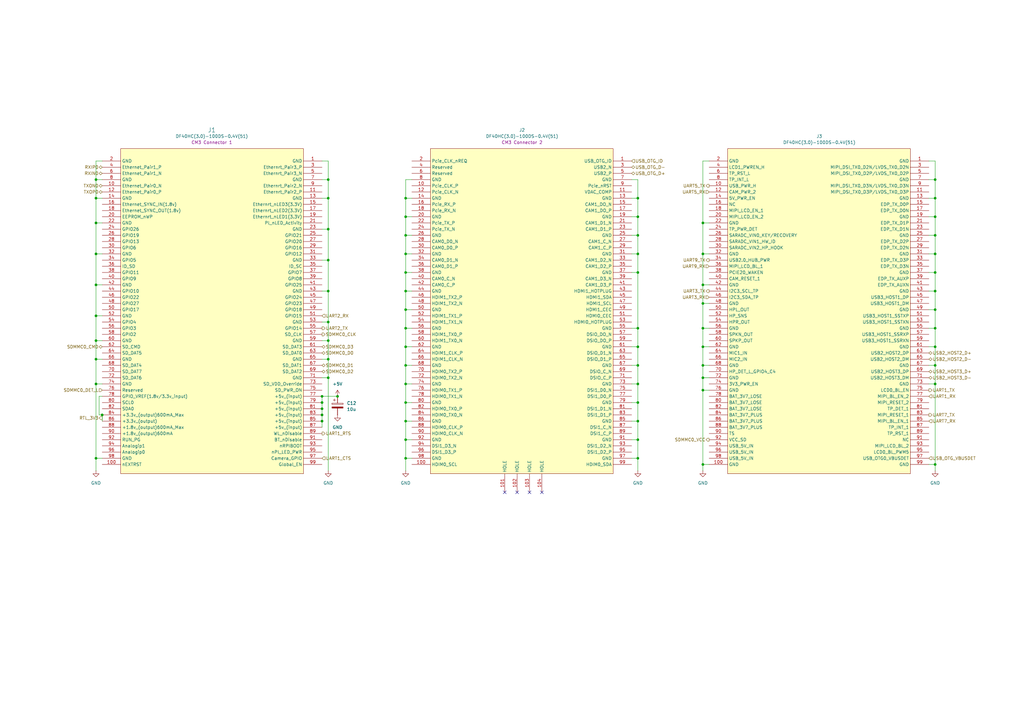
<source format=kicad_sch>
(kicad_sch (version 20250114) (generator "eeschema") (generator_version "9.0")
  (paper "A3")
  (title_block (title "LTE Link") (rev "v0.1") (company "UBCO Aerospace") (comment 1 "Author: Felix Perron"))
  (lib_symbols
    (symbol "Device:C_Polarized" (pin_numbers (hide yes)) (pin_names (offset 0.254))
      (property "Reference" "C" (at 0.635 2.54 0))
      (property "Value" "C_Polarized" (at 0.635 -2.54 0))
      (symbol "C_Polarized_0_1"
        (rectangle (start -2.286 0.508) (end 2.286 1.016))
        (polyline (pts (xy -1.778 2.286) (xy -0.762 2.286)))
        (polyline (pts (xy -1.27 2.794) (xy -1.27 1.778)))
        (rectangle (start 2.286 -0.508) (end -2.286 -1.016) (fill (type outline)))
      )
      (symbol "C_Polarized_1_1"
        (pin passive line (at 0 3.81 270) (length 2.794) (name "~") (number "1"))
        (pin passive line (at 0 -3.81 90) (length 2.794) (name "~") (number "2"))
      )
    )
    (symbol "LTELink:CM3 Connector 1"
      (property "Reference" "J" (at 0.762 8.128 0))
      (property "Value" "DF40HC(3.0)-100DS-0.4V(51)" (at 0 1.27 0))
      (property "Name" "CM3 Connector 1" (at 8.382 5.334 0))
      (symbol "CM3 Connector 1_1_0"
        (rectangle (start 0 0) (end 74.93 -133.35) (stroke (width 0) (color 128 0 0 1)) (fill (type background)))
        (pin passive line (at -7.62 -5.08 0) (length 7.62) (name "GND") (number "2"))
        (pin passive line (at -7.62 -7.62 0) (length 7.62) (name "Ethernet_Pair1_P") (number "4"))
        (pin passive line (at -7.62 -10.16 0) (length 7.62) (name "Ethernet_Pair1_N") (number "6"))
        (pin passive line (at -7.62 -12.7 0) (length 7.62) (name "GND") (number "8"))
        (pin passive line (at -7.62 -15.24 0) (length 7.62) (name "Ethernet_Pair0_N") (number "10"))
        (pin passive line (at -7.62 -17.78 0) (length 7.62) (name "Ethernet_Pair0_P") (number "12"))
        (pin passive line (at -7.62 -20.32 0) (length 7.62) (name "GND") (number "14"))
        (pin passive line (at -7.62 -22.86 0) (length 7.62) (name "Ethernet_SYNC_IN(1.8v)") (number "16"))
        (pin passive line (at -7.62 -25.4 0) (length 7.62) (name "Ethernet_SYNC_OUT(1.8v)") (number "18"))
        (pin passive line (at -7.62 -27.94 0) (length 7.62) (name "EEPROM_nWP") (number "20"))
        (pin passive line (at -7.62 -30.48 0) (length 7.62) (name "GND") (number "22"))
        (pin passive line (at -7.62 -33.02 0) (length 7.62) (name "GPIO26") (number "24"))
        (pin passive line (at -7.62 -35.56 0) (length 7.62) (name "GPIO19") (number "26"))
        (pin passive line (at -7.62 -38.1 0) (length 7.62) (name "GPIO13") (number "28"))
        (pin passive line (at -7.62 -40.64 0) (length 7.62) (name "GPIO6") (number "30"))
        (pin passive line (at -7.62 -43.18 0) (length 7.62) (name "GND") (number "32"))
        (pin passive line (at -7.62 -45.72 0) (length 7.62) (name "GPIO5") (number "34"))
        (pin passive line (at -7.62 -48.26 0) (length 7.62) (name "ID_SD") (number "36"))
        (pin passive line (at -7.62 -50.8 0) (length 7.62) (name "GPIO11") (number "38"))
        (pin passive line (at -7.62 -53.34 0) (length 7.62) (name "GPIO9") (number "40"))
        (pin passive line (at -7.62 -55.88 0) (length 7.62) (name "GND") (number "42"))
        (pin passive line (at -7.62 -58.42 0) (length 7.62) (name "GPIO10") (number "44"))
        (pin passive line (at -7.62 -60.96 0) (length 7.62) (name "GPIO22") (number "46"))
        (pin passive line (at -7.62 -63.5 0) (length 7.62) (name "GPIO27") (number "48"))
        (pin passive line (at -7.62 -66.04 0) (length 7.62) (name "GPIO17") (number "50"))
        (pin passive line (at -7.62 -68.58 0) (length 7.62) (name "GND") (number "52"))
        (pin passive line (at -7.62 -71.12 0) (length 7.62) (name "GPIO4") (number "54"))
        (pin passive line (at -7.62 -73.66 0) (length 7.62) (name "GPIO3") (number "56"))
        (pin passive line (at -7.62 -76.2 0) (length 7.62) (name "GPIO2") (number "58"))
        (pin passive line (at -7.62 -78.74 0) (length 7.62) (name "GND") (number "60"))
        (pin passive line (at -7.62 -81.28 0) (length 7.62) (name "SD_CMD") (number "62"))
        (pin passive line (at -7.62 -83.82 0) (length 7.62) (name "SD_DAT5") (number "64"))
        (pin passive line (at -7.62 -86.36 0) (length 7.62) (name "GND") (number "66"))
        (pin passive line (at -7.62 -88.9 0) (length 7.62) (name "SD_DAT4") (number "68"))
        (pin passive line (at -7.62 -91.44 0) (length 7.62) (name "SD_DAT7") (number "70"))
        (pin passive line (at -7.62 -93.98 0) (length 7.62) (name "SD_DAT6") (number "72"))
        (pin passive line (at -7.62 -96.52 0) (length 7.62) (name "GND") (number "74"))
        (pin passive line (at -7.62 -99.06 0) (length 7.62) (name "Reserved") (number "76"))
        (pin passive line (at -7.62 -101.6 0) (length 7.62) (name "GPIO_VREF(1.8v/3.3v_input)") (number "78"))
        (pin passive line (at -7.62 -104.14 0) (length 7.62) (name "SCL0") (number "80"))
        (pin passive line (at -7.62 -106.68 0) (length 7.62) (name "SDA0") (number "82"))
        (pin passive line (at -7.62 -109.22 0) (length 7.62) (name "+3.3v_(output)600mA_Max") (number "84"))
        (pin passive line (at -7.62 -111.76 0) (length 7.62) (name "+3.3v_(output)") (number "86"))
        (pin passive line (at -7.62 -114.3 0) (length 7.62) (name "+1.8v_(output)600mA_Max") (number "88"))
        (pin passive line (at -7.62 -116.84 0) (length 7.62) (name "+1.8v_(output)600mA") (number "90"))
        (pin passive line (at -7.62 -119.38 0) (length 7.62) (name "RUN_PG") (number "92"))
        (pin passive line (at -7.62 -121.92 0) (length 7.62) (name "Analogip1") (number "94"))
        (pin passive line (at -7.62 -124.46 0) (length 7.62) (name "Analogip0") (number "96"))
        (pin passive line (at -7.62 -127 0) (length 7.62) (name "GND") (number "98"))
        (pin passive line (at -7.62 -129.54 0) (length 7.62) (name "nEXTRST") (number "100"))
        (pin passive line (at 82.55 -5.08 180) (length 7.62) (name "GND") (number "1"))
        (pin passive line (at 82.55 -7.62 180) (length 7.62) (name "Ethernrt_Pair3_P") (number "3"))
        (pin passive line (at 82.55 -10.16 180) (length 7.62) (name "Ethernrt_Pair3_N") (number "5"))
        (pin passive line (at 82.55 -12.7 180) (length 7.62) (name "GND") (number "7"))
        (pin passive line (at 82.55 -15.24 180) (length 7.62) (name "Ethernrt_Pair2_N") (number "9"))
        (pin passive line (at 82.55 -17.78 180) (length 7.62) (name "Ethernrt_Pair2_P") (number "11"))
        (pin passive line (at 82.55 -20.32 180) (length 7.62) (name "GND") (number "13"))
        (pin passive line (at 82.55 -22.86 180) (length 7.62) (name "Ethernrt_nLED3(3.3V)") (number "15"))
        (pin passive line (at 82.55 -25.4 180) (length 7.62) (name "Ethernrt_nLED2(3.3V)") (number "17"))
        (pin passive line (at 82.55 -27.94 180) (length 7.62) (name "Ethernrt_nLED1(3.3V)") (number "19"))
        (pin passive line (at 82.55 -30.48 180) (length 7.62) (name "Pl_nLED_Activity") (number "21"))
        (pin passive line (at 82.55 -33.02 180) (length 7.62) (name "GND") (number "23"))
        (pin passive line (at 82.55 -35.56 180) (length 7.62) (name "GPIO21") (number "25"))
        (pin passive line (at 82.55 -38.1 180) (length 7.62) (name "GPIO20") (number "27"))
        (pin passive line (at 82.55 -40.64 180) (length 7.62) (name "GPIO16") (number "29"))
        (pin passive line (at 82.55 -43.18 180) (length 7.62) (name "GPIO12") (number "31"))
        (pin passive line (at 82.55 -45.72 180) (length 7.62) (name "GND") (number "33"))
        (pin passive line (at 82.55 -48.26 180) (length 7.62) (name "ID_SC") (number "35"))
        (pin passive line (at 82.55 -50.8 180) (length 7.62) (name "GPIO7") (number "37"))
        (pin passive line (at 82.55 -53.34 180) (length 7.62) (name "GPIO8") (number "39"))
        (pin passive line (at 82.55 -55.88 180) (length 7.62) (name "GPIO25") (number "41"))
        (pin passive line (at 82.55 -58.42 180) (length 7.62) (name "GND") (number "43"))
        (pin passive line (at 82.55 -60.96 180) (length 7.62) (name "GPIO24") (number "45"))
        (pin passive line (at 82.55 -63.5 180) (length 7.62) (name "GPIO23") (number "47"))
        (pin passive line (at 82.55 -66.04 180) (length 7.62) (name "GPIO18") (number "49"))
        (pin passive line (at 82.55 -68.58 180) (length 7.62) (name "GPIO15") (number "51"))
        (pin passive line (at 82.55 -71.12 180) (length 7.62) (name "GND") (number "53"))
        (pin passive line (at 82.55 -73.66 180) (length 7.62) (name "GPIO14") (number "55"))
        (pin passive line (at 82.55 -76.2 180) (length 7.62) (name "SD_CLK") (number "57"))
        (pin passive line (at 82.55 -78.74 180) (length 7.62) (name "GND") (number "59"))
        (pin passive line (at 82.55 -81.28 180) (length 7.62) (name "SD_DAT3") (number "61"))
        (pin passive line (at 82.55 -83.82 180) (length 7.62) (name "SD_DAT0") (number "63"))
        (pin passive line (at 82.55 -86.36 180) (length 7.62) (name "GND") (number "65"))
        (pin passive line (at 82.55 -88.9 180) (length 7.62) (name "SD_DAT1") (number "67"))
        (pin passive line (at 82.55 -91.44 180) (length 7.62) (name "SD_DAT2") (number "69"))
        (pin passive line (at 82.55 -93.98 180) (length 7.62) (name "GND") (number "71"))
        (pin passive line (at 82.55 -96.52 180) (length 7.62) (name "SD_VDD_Override") (number "73"))
        (pin passive line (at 82.55 -99.06 180) (length 7.62) (name "SD_PWR_ON") (number "75"))
        (pin passive line (at 82.55 -101.6 180) (length 7.62) (name "+5v_(input)") (number "77"))
        (pin passive line (at 82.55 -104.14 180) (length 7.62) (name "+5v_(input)") (number "79"))
        (pin passive line (at 82.55 -106.68 180) (length 7.62) (name "+5v_(input)") (number "81"))
        (pin passive line (at 82.55 -109.22 180) (length 7.62) (name "+5v_(input)") (number "83"))
        (pin passive line (at 82.55 -111.76 180) (length 7.62) (name "+5v_(input)") (number "85"))
        (pin passive line (at 82.55 -114.3 180) (length 7.62) (name "+5v_(input)") (number "87"))
        (pin passive line (at 82.55 -116.84 180) (length 7.62) (name "WL_nDisable") (number "89"))
        (pin passive line (at 82.55 -119.38 180) (length 7.62) (name "BT_nDisable") (number "91"))
        (pin passive line (at 82.55 -121.92 180) (length 7.62) (name "nRPIBOOT") (number "93"))
        (pin passive line (at 82.55 -124.46 180) (length 7.62) (name "nPl_LED_PWR") (number "95"))
        (pin passive line (at 82.55 -127 180) (length 7.62) (name "Camera_GPIO") (number "97"))
        (pin passive line (at 82.55 -129.54 180) (length 7.62) (name "Global_EN") (number "99"))
      )
    )
    (symbol "LTELink:CM3 Connector 2"
      (property "Reference" "J" (at 0.762 1.27 0))
      (property "Value" "DF40HC(3.0)-100DS-0.4V(51)" (at 0 0 0))
      (property "Name" "CM3 Connector 2" (at 7.366 4.318 0))
      (symbol "CM3 Connector 2_1_0"
        (rectangle (start 0 0) (end 74.93 -133.35) (stroke (width 0) (color 128 0 0 1)) (fill (type background)))
        (pin passive line (at -7.62 -5.08 0) (length 7.62) (name "Pcie_CLK_nREQ") (number "2"))
        (pin passive line (at -7.62 -7.62 0) (length 7.62) (name "Reserved") (number "4"))
        (pin passive line (at -7.62 -10.16 0) (length 7.62) (name "Reserved") (number "6"))
        (pin passive line (at -7.62 -12.7 0) (length 7.62) (name "GND") (number "8"))
        (pin passive line (at -7.62 -15.24 0) (length 7.62) (name "Pcie_CLK_P") (number "10"))
        (pin passive line (at -7.62 -17.78 0) (length 7.62) (name "Pcie_CLK_N") (number "12"))
        (pin passive line (at -7.62 -20.32 0) (length 7.62) (name "GND") (number "14"))
        (pin passive line (at -7.62 -22.86 0) (length 7.62) (name "Pcie_RX_P") (number "16"))
        (pin passive line (at -7.62 -25.4 0) (length 7.62) (name "Pcie_RX_N") (number "18"))
        (pin passive line (at -7.62 -27.94 0) (length 7.62) (name "GND") (number "20"))
        (pin passive line (at -7.62 -30.48 0) (length 7.62) (name "Pcie_TX_P") (number "22"))
        (pin passive line (at -7.62 -33.02 0) (length 7.62) (name "Pcie_TX_N") (number "24"))
        (pin passive line (at -7.62 -35.56 0) (length 7.62) (name "GND") (number "26"))
        (pin passive line (at -7.62 -38.1 0) (length 7.62) (name "CAM0_D0_N") (number "28"))
        (pin passive line (at -7.62 -40.64 0) (length 7.62) (name "CAM0_D0_P") (number "30"))
        (pin passive line (at -7.62 -43.18 0) (length 7.62) (name "GND") (number "32"))
        (pin passive line (at -7.62 -45.72 0) (length 7.62) (name "CAM0_D1_N") (number "34"))
        (pin passive line (at -7.62 -48.26 0) (length 7.62) (name "CAM0_D1_P") (number "36"))
        (pin passive line (at -7.62 -50.8 0) (length 7.62) (name "GND") (number "38"))
        (pin passive line (at -7.62 -53.34 0) (length 7.62) (name "CAM0_C_N") (number "40"))
        (pin passive line (at -7.62 -55.88 0) (length 7.62) (name "CAM0_C_P") (number "42"))
        (pin passive line (at -7.62 -58.42 0) (length 7.62) (name "GND") (number "44"))
        (pin passive line (at -7.62 -60.96 0) (length 7.62) (name "HDIM1_TX2_P") (number "46"))
        (pin passive line (at -7.62 -63.5 0) (length 7.62) (name "HDIM1_TX2_N") (number "48"))
        (pin passive line (at -7.62 -66.04 0) (length 7.62) (name "GND") (number "50"))
        (pin passive line (at -7.62 -68.58 0) (length 7.62) (name "HDIM1_TX1_P") (number "52"))
        (pin passive line (at -7.62 -71.12 0) (length 7.62) (name "HDIM1_TX1_N") (number "54"))
        (pin passive line (at -7.62 -73.66 0) (length 7.62) (name "GND") (number "56"))
        (pin passive line (at -7.62 -76.2 0) (length 7.62) (name "HDIM1_TX0_P") (number "58"))
        (pin passive line (at -7.62 -78.74 0) (length 7.62) (name "HDIM1_TX0_N") (number "60"))
        (pin passive line (at -7.62 -81.28 0) (length 7.62) (name "GND") (number "62"))
        (pin passive line (at -7.62 -83.82 0) (length 7.62) (name "HDIM1_CLK_P") (number "64"))
        (pin passive line (at -7.62 -86.36 0) (length 7.62) (name "HDIM1_CLK_N") (number "66"))
        (pin passive line (at -7.62 -88.9 0) (length 7.62) (name "GND") (number "68"))
        (pin passive line (at -7.62 -91.44 0) (length 7.62) (name "HDIM0_TX2_P") (number "70"))
        (pin passive line (at -7.62 -93.98 0) (length 7.62) (name "HDIM0_TX2_N") (number "72"))
        (pin passive line (at -7.62 -96.52 0) (length 7.62) (name "GND") (number "74"))
        (pin passive line (at -7.62 -99.06 0) (length 7.62) (name "HDIM0_TX1_P") (number "76"))
        (pin passive line (at -7.62 -101.6 0) (length 7.62) (name "HDIM0_TX1_N") (number "78"))
        (pin passive line (at -7.62 -104.14 0) (length 7.62) (name "GND") (number "80"))
        (pin passive line (at -7.62 -106.68 0) (length 7.62) (name "HDIM0_TX0_P") (number "82"))
        (pin passive line (at -7.62 -109.22 0) (length 7.62) (name "HDIM0_TX0_N") (number "84"))
        (pin passive line (at -7.62 -111.76 0) (length 7.62) (name "GND") (number "86"))
        (pin passive line (at -7.62 -114.3 0) (length 7.62) (name "HDIM0_CLK_P") (number "88"))
        (pin passive line (at -7.62 -116.84 0) (length 7.62) (name "HDIM0_CLK_N") (number "90"))
        (pin passive line (at -7.62 -119.38 0) (length 7.62) (name "GND") (number "92"))
        (pin passive line (at -7.62 -121.92 0) (length 7.62) (name "DSI1_D3_N") (number "94"))
        (pin passive line (at -7.62 -124.46 0) (length 7.62) (name "DSI1_D3_P") (number "96"))
        (pin passive line (at -7.62 -127 0) (length 7.62) (name "GND") (number "98"))
        (pin passive line (at -7.62 -129.54 0) (length 7.62) (name "HDIM0_SCL") (number "100"))
        (pin passive line (at 30.48 -140.97 90) (length 7.62) (name "HOLE") (number "101"))
        (pin passive line (at 35.56 -140.97 90) (length 7.62) (name "HOLE") (number "102"))
        (pin passive line (at 40.64 -140.97 90) (length 7.62) (name "HOLE") (number "103"))
        (pin passive line (at 45.72 -140.97 90) (length 7.62) (name "HOLE") (number "104"))
        (pin passive line (at 82.55 -5.08 180) (length 7.62) (name "USB_OTG_ID") (number "1"))
        (pin passive line (at 82.55 -7.62 180) (length 7.62) (name "USB2_N") (number "3"))
        (pin passive line (at 82.55 -10.16 180) (length 7.62) (name "USB2_P") (number "5"))
        (pin passive line (at 82.55 -12.7 180) (length 7.62) (name "GND") (number "7"))
        (pin passive line (at 82.55 -15.24 180) (length 7.62) (name "Pcie_nRST") (number "9"))
        (pin passive line (at 82.55 -17.78 180) (length 7.62) (name "VDAC_COMP") (number "11"))
        (pin passive line (at 82.55 -20.32 180) (length 7.62) (name "GND") (number "13"))
        (pin passive line (at 82.55 -22.86 180) (length 7.62) (name "CAM1_DO_N") (number "15"))
        (pin passive line (at 82.55 -25.4 180) (length 7.62) (name "CAM1_DO_P") (number "17"))
        (pin passive line (at 82.55 -27.94 180) (length 7.62) (name "GND") (number "19"))
        (pin passive line (at 82.55 -30.48 180) (length 7.62) (name "CAM1_D1_N") (number "21"))
        (pin passive line (at 82.55 -33.02 180) (length 7.62) (name "CAM1_D1_P") (number "23"))
        (pin passive line (at 82.55 -35.56 180) (length 7.62) (name "GND") (number "25"))
        (pin passive line (at 82.55 -38.1 180) (length 7.62) (name "CAM1_C_N") (number "27"))
        (pin passive line (at 82.55 -40.64 180) (length 7.62) (name "CAM1_C_P") (number "29"))
        (pin passive line (at 82.55 -43.18 180) (length 7.62) (name "GND") (number "31"))
        (pin passive line (at 82.55 -45.72 180) (length 7.62) (name "CAM1_D2_N") (number "33"))
        (pin passive line (at 82.55 -48.26 180) (length 7.62) (name "CAM1_D2_P") (number "35"))
        (pin passive line (at 82.55 -50.8 180) (length 7.62) (name "GND") (number "37"))
        (pin passive line (at 82.55 -53.34 180) (length 7.62) (name "CAM1_D3_N") (number "39"))
        (pin passive line (at 82.55 -55.88 180) (length 7.62) (name "CAM1_D3_P") (number "41"))
        (pin passive line (at 82.55 -58.42 180) (length 7.62) (name "HDMI1_HOTPLUG") (number "43"))
        (pin passive line (at 82.55 -60.96 180) (length 7.62) (name "HDMI1_SDA") (number "45"))
        (pin passive line (at 82.55 -63.5 180) (length 7.62) (name "HDMI1_SCL") (number "47"))
        (pin passive line (at 82.55 -66.04 180) (length 7.62) (name "HDMI1_CEC") (number "49"))
        (pin passive line (at 82.55 -68.58 180) (length 7.62) (name "HDMI0_CEC") (number "51"))
        (pin passive line (at 82.55 -71.12 180) (length 7.62) (name "HDMI0_HOTPLUG") (number "53"))
        (pin passive line (at 82.55 -73.66 180) (length 7.62) (name "GND") (number "55"))
        (pin passive line (at 82.55 -76.2 180) (length 7.62) (name "DSIO_DO_N") (number "57"))
        (pin passive line (at 82.55 -78.74 180) (length 7.62) (name "DSIO_DO_P") (number "59"))
        (pin passive line (at 82.55 -81.28 180) (length 7.62) (name "GND") (number "61"))
        (pin passive line (at 82.55 -83.82 180) (length 7.62) (name "DSIO_D1_N") (number "63"))
        (pin passive line (at 82.55 -86.36 180) (length 7.62) (name "DSIO_D1_P") (number "65"))
        (pin passive line (at 82.55 -88.9 180) (length 7.62) (name "GND") (number "67"))
        (pin passive line (at 82.55 -91.44 180) (length 7.62) (name "DSIO_C_N") (number "69"))
        (pin passive line (at 82.55 -93.98 180) (length 7.62) (name "DSIO_C_P") (number "71"))
        (pin passive line (at 82.55 -96.52 180) (length 7.62) (name "GND") (number "73"))
        (pin passive line (at 82.55 -99.06 180) (length 7.62) (name "DSI1_D0_N") (number "75"))
        (pin passive line (at 82.55 -101.6 180) (length 7.62) (name "DSI1_D0_P") (number "77"))
        (pin passive line (at 82.55 -104.14 180) (length 7.62) (name "GND") (number "79"))
        (pin passive line (at 82.55 -106.68 180) (length 7.62) (name "DSI1_D1_N") (number "81"))
        (pin passive line (at 82.55 -109.22 180) (length 7.62) (name "DSI1_D1_P") (number "83"))
        (pin passive line (at 82.55 -111.76 180) (length 7.62) (name "GND") (number "85"))
        (pin passive line (at 82.55 -114.3 180) (length 7.62) (name "DSI1_C_N") (number "87"))
        (pin passive line (at 82.55 -116.84 180) (length 7.62) (name "DSI1_C_P") (number "89"))
        (pin passive line (at 82.55 -119.38 180) (length 7.62) (name "GND") (number "91"))
        (pin passive line (at 82.55 -121.92 180) (length 7.62) (name "DSI1_D2_N") (number "93"))
        (pin passive line (at 82.55 -124.46 180) (length 7.62) (name "DSI1_D2_P") (number "95"))
        (pin passive line (at 82.55 -127 180) (length 7.62) (name "GND") (number "97"))
        (pin passive line (at 82.55 -129.54 180) (length 7.62) (name "HDIM0_SDA") (number "99"))
      )
    )
    (symbol "LTELink:CM3 Connector 3"
      (property "Reference" "J" (at 0 0 0))
      (property "Value" "DF40HC(3.0)-100DS-0.4V(51)" (at 0 0 0))
      (symbol "CM3 Connector 3_1_0"
        (rectangle (start 0 0) (end 74.93 -133.35) (stroke (width 0) (color 128 0 0 1)) (fill (type background)))
        (pin passive line (at -7.62 -5.08 0) (length 7.62) (name "GND") (number "2"))
        (pin passive line (at -7.62 -7.62 0) (length 7.62) (name "LCD1_PWREN_H") (number "4"))
        (pin passive line (at -7.62 -10.16 0) (length 7.62) (name "TP_RST_L") (number "6"))
        (pin passive line (at -7.62 -12.7 0) (length 7.62) (name "TP_INT_L") (number "8"))
        (pin passive line (at -7.62 -15.24 0) (length 7.62) (name "USB_PWR_H") (number "10"))
        (pin passive line (at -7.62 -17.78 0) (length 7.62) (name "CAM_PWR_2") (number "12"))
        (pin passive line (at -7.62 -20.32 0) (length 7.62) (name "5V_PWR_EN") (number "14"))
        (pin passive line (at -7.62 -22.86 0) (length 7.62) (name "NC") (number "16"))
        (pin passive line (at -7.62 -25.4 0) (length 7.62) (name "MIPI_LCD_EN_1") (number "18"))
        (pin passive line (at -7.62 -27.94 0) (length 7.62) (name "MIPI_LCD_EN_2") (number "20"))
        (pin passive line (at -7.62 -30.48 0) (length 7.62) (name "GND") (number "22"))
        (pin passive line (at -7.62 -33.02 0) (length 7.62) (name "TP_PWR_DET") (number "24"))
        (pin passive line (at -7.62 -35.56 0) (length 7.62) (name "SARADC_VIN0_KEY/RECOVERY") (number "26"))
        (pin passive line (at -7.62 -38.1 0) (length 7.62) (name "SARADC_VIN1_HW_ID") (number "28"))
        (pin passive line (at -7.62 -40.64 0) (length 7.62) (name "SARADC_VIN2_HP_HOOK") (number "30"))
        (pin passive line (at -7.62 -43.18 0) (length 7.62) (name "GND") (number "32"))
        (pin passive line (at -7.62 -45.72 0) (length 7.62) (name "USB2.0_HUB_PWR") (number "34"))
        (pin passive line (at -7.62 -48.26 0) (length 7.62) (name "MIPI_LCD_BL_1") (number "36"))
        (pin passive line (at -7.62 -50.8 0) (length 7.62) (name "PCIE20_WAKEN") (number "38"))
        (pin passive line (at -7.62 -53.34 0) (length 7.62) (name "CAM_RESET_1") (number "40"))
        (pin passive line (at -7.62 -55.88 0) (length 7.62) (name "GND") (number "42"))
        (pin passive line (at -7.62 -58.42 0) (length 7.62) (name "I2C3_SCL_TP") (number "44"))
        (pin passive line (at -7.62 -60.96 0) (length 7.62) (name "I2C3_SDA_TP") (number "46"))
        (pin passive line (at -7.62 -63.5 0) (length 7.62) (name "GND") (number "48"))
        (pin passive line (at -7.62 -66.04 0) (length 7.62) (name "HPL_OUT") (number "50"))
        (pin passive line (at -7.62 -68.58 0) (length 7.62) (name "HP_SNS") (number "52"))
        (pin passive line (at -7.62 -71.12 0) (length 7.62) (name "HPR_OUT") (number "54"))
        (pin passive line (at -7.62 -73.66 0) (length 7.62) (name "GND") (number "56"))
        (pin passive line (at -7.62 -76.2 0) (length 7.62) (name "SPKN_OUT") (number "58"))
        (pin passive line (at -7.62 -78.74 0) (length 7.62) (name "SPKP_OUT") (number "60"))
        (pin passive line (at -7.62 -81.28 0) (length 7.62) (name "GND") (number "62"))
        (pin passive line (at -7.62 -83.82 0) (length 7.62) (name "MIC1_IN") (number "64"))
        (pin passive line (at -7.62 -86.36 0) (length 7.62) (name "MIC2_IN") (number "66"))
        (pin passive line (at -7.62 -88.9 0) (length 7.62) (name "GND") (number "68"))
        (pin passive line (at -7.62 -91.44 0) (length 7.62) (name "HP_DET_L_GPIO4_C4") (number "70"))
        (pin passive line (at -7.62 -93.98 0) (length 7.62) (name "GND") (number "72"))
        (pin passive line (at -7.62 -96.52 0) (length 7.62) (name "3V3_PWR_EN") (number "74"))
        (pin passive line (at -7.62 -99.06 0) (length 7.62) (name "GND") (number "76"))
        (pin passive line (at -7.62 -101.6 0) (length 7.62) (name "BAT_3V7_LOSE") (number "78"))
        (pin passive line (at -7.62 -104.14 0) (length 7.62) (name "BAT_3V7_LOSE") (number "80"))
        (pin passive line (at -7.62 -106.68 0) (length 7.62) (name "BAT_3V7_LOSE") (number "82"))
        (pin passive line (at -7.62 -109.22 0) (length 7.62) (name "BAT_3V7_PLUS") (number "84"))
        (pin passive line (at -7.62 -111.76 0) (length 7.62) (name "BAT_3V7_PLUS") (number "86"))
        (pin passive line (at -7.62 -114.3 0) (length 7.62) (name "BAT_3V7_PLUS") (number "88"))
        (pin passive line (at -7.62 -116.84 0) (length 7.62) (name "TS") (number "90"))
        (pin passive line (at -7.62 -119.38 0) (length 7.62) (name "VCC_SD") (number "92"))
        (pin passive line (at -7.62 -121.92 0) (length 7.62) (name "USB_5V_IN") (number "94"))
        (pin passive line (at -7.62 -124.46 0) (length 7.62) (name "USB_5V_IN") (number "96"))
        (pin passive line (at -7.62 -127 0) (length 7.62) (name "USB_5V_IN") (number "98"))
        (pin passive line (at -7.62 -129.54 0) (length 7.62) (name "GND") (number "100"))
        (pin passive line (at 82.55 -5.08 180) (length 7.62) (name "GND") (number "1"))
        (pin passive line (at 82.55 -7.62 180) (length 7.62) (name "MIPI_DSI_TX0_D2N/LVDS_TX0_D2N") (number "3"))
        (pin passive line (at 82.55 -10.16 180) (length 7.62) (name "MIPI_DSI_TX0_D2P/LVDS_TX0_D2P") (number "5"))
        (pin passive line (at 82.55 -12.7 180) (length 7.62) (name "GND") (number "7"))
        (pin passive line (at 82.55 -15.24 180) (length 7.62) (name "MIPI_DSI_TX0_D3N/LVDS_TX0_D3N") (number "9"))
        (pin passive line (at 82.55 -17.78 180) (length 7.62) (name "MIPI_DSI_TX0_D3P/LVDS_TX0_D3P") (number "11"))
        (pin passive line (at 82.55 -20.32 180) (length 7.62) (name "GND") (number "13"))
        (pin passive line (at 82.55 -22.86 180) (length 7.62) (name "EDP_TX_D0P") (number "15"))
        (pin passive line (at 82.55 -25.4 180) (length 7.62) (name "EDP_TX_D0N") (number "17"))
        (pin passive line (at 82.55 -27.94 180) (length 7.62) (name "GND") (number "19"))
        (pin passive line (at 82.55 -30.48 180) (length 7.62) (name "EDP_TX_D1P") (number "21"))
        (pin passive line (at 82.55 -33.02 180) (length 7.62) (name "EDP_TX_D1N") (number "23"))
        (pin passive line (at 82.55 -35.56 180) (length 7.62) (name "GND") (number "25"))
        (pin passive line (at 82.55 -38.1 180) (length 7.62) (name "EDP_TX_D2P") (number "27"))
        (pin passive line (at 82.55 -40.64 180) (length 7.62) (name "EDP_TX_D2N") (number "29"))
        (pin passive line (at 82.55 -43.18 180) (length 7.62) (name "GND") (number "31"))
        (pin passive line (at 82.55 -45.72 180) (length 7.62) (name "EDP_TX_D3P") (number "33"))
        (pin passive line (at 82.55 -48.26 180) (length 7.62) (name "EDP_TX_D3N") (number "35"))
        (pin passive line (at 82.55 -50.8 180) (length 7.62) (name "GND") (number "37"))
        (pin passive line (at 82.55 -53.34 180) (length 7.62) (name "EDP_TX_AUXP") (number "39"))
        (pin passive line (at 82.55 -55.88 180) (length 7.62) (name "EDP_TX_AUXN") (number "41"))
        (pin passive line (at 82.55 -58.42 180) (length 7.62) (name "GND") (number "43"))
        (pin passive line (at 82.55 -60.96 180) (length 7.62) (name "USB3_HOST1_DP") (number "45"))
        (pin passive line (at 82.55 -63.5 180) (length 7.62) (name "USB3_HOST1_DM") (number "47"))
        (pin passive line (at 82.55 -66.04 180) (length 7.62) (name "GND") (number "49"))
        (pin passive line (at 82.55 -68.58 180) (length 7.62) (name "USB3_HOST1_SSTXP") (number "51"))
        (pin passive line (at 82.55 -71.12 180) (length 7.62) (name "USB3_HOST1_SSTXN") (number "53"))
        (pin passive line (at 82.55 -73.66 180) (length 7.62) (name "GND") (number "55"))
        (pin passive line (at 82.55 -76.2 180) (length 7.62) (name "USB3_HOST1_SSRXP") (number "57"))
        (pin passive line (at 82.55 -78.74 180) (length 7.62) (name "USB3_HOST1_SSRXN") (number "59"))
        (pin passive line (at 82.55 -81.28 180) (length 7.62) (name "GND") (number "61"))
        (pin passive line (at 82.55 -83.82 180) (length 7.62) (name "USB2_HOST2_DP") (number "63"))
        (pin passive line (at 82.55 -86.36 180) (length 7.62) (name "USB2_HOST2_DM") (number "65"))
        (pin passive line (at 82.55 -88.9 180) (length 7.62) (name "GND") (number "67"))
        (pin passive line (at 82.55 -91.44 180) (length 7.62) (name "USB2_HOST3_DP") (number "69"))
        (pin passive line (at 82.55 -93.98 180) (length 7.62) (name "USB2_HOST3_DM") (number "71"))
        (pin passive line (at 82.55 -96.52 180) (length 7.62) (name "GND") (number "73"))
        (pin passive line (at 82.55 -99.06 180) (length 7.62) (name "LCD0_BL_EN") (number "75"))
        (pin passive line (at 82.55 -101.6 180) (length 7.62) (name "MIPI_BL_EN_2") (number "77"))
        (pin passive line (at 82.55 -104.14 180) (length 7.62) (name "MIPI_RESET_2") (number "79"))
        (pin passive line (at 82.55 -106.68 180) (length 7.62) (name "TP_DET_1") (number "81"))
        (pin passive line (at 82.55 -109.22 180) (length 7.62) (name "MIPI_RESET_1") (number "83"))
        (pin passive line (at 82.55 -111.76 180) (length 7.62) (name "MIPI_BL_EN_1") (number "85"))
        (pin passive line (at 82.55 -114.3 180) (length 7.62) (name "TP_INT_1") (number "87"))
        (pin passive line (at 82.55 -116.84 180) (length 7.62) (name "TP_RST_1") (number "89"))
        (pin passive line (at 82.55 -119.38 180) (length 7.62) (name "NC") (number "91"))
        (pin passive line (at 82.55 -121.92 180) (length 7.62) (name "MIPI_LCD_BL_2") (number "93"))
        (pin passive line (at 82.55 -124.46 180) (length 7.62) (name "LCD0_BL_PWM5") (number "95"))
        (pin passive line (at 82.55 -127 180) (length 7.62) (name "USB_OTG0_VBUSDET") (number "97"))
        (pin passive line (at 82.55 -129.54 180) (length 7.62) (name "GND") (number "99"))
      )
    )
    (symbol "power:+5V" (power) (pin_numbers (hide yes)) (pin_names (offset 0) (hide yes))
      (property "Value" "+5V" (at 0 3.556 0))
      (symbol "+5V_0_1"
        (polyline (pts (xy -0.762 1.27) (xy 0 2.54)))
        (polyline (pts (xy 0 2.54) (xy 0.762 1.27)))
        (polyline (pts (xy 0 0) (xy 0 2.54)))
      )
      (symbol "+5V_1_1"
        (pin power_in line (at 0 0 90) (length 0) (name "~") (number "1"))
      )
    )
    (symbol "power:GND" (power) (pin_numbers (hide yes)) (pin_names (offset 0) (hide yes))
      (property "Value" "GND" (at 0 -3.81 0))
      (symbol "GND_0_1"
        (polyline (pts (xy 0 0) (xy 0 -1.27) (xy 1.27 -1.27) (xy 0 -2.54) (xy -1.27 -1.27) (xy 0 -1.27)))
      )
      (symbol "GND_1_1"
        (pin power_in line (at 0 0 270) (length 0) (name "~") (number "1"))
      )
    )
  )
  (junction (at 288.29 190.5))
  (junction (at 39.37 116.84))
  (junction (at 383.54 142.24))
  (junction (at 261.62 180.34))
  (junction (at 261.62 111.76))
  (junction (at 39.37 81.28))
  (junction (at 166.37 134.62))
  (junction (at 134.62 106.68))
  (junction (at 288.29 154.94))
  (junction (at 166.37 149.86))
  (junction (at 132.08 162.56))
  (junction (at 39.37 73.66))
  (junction (at 166.37 165.1))
  (junction (at 134.62 93.98))
  (junction (at 383.54 111.76))
  (junction (at 383.54 149.86))
  (junction (at 166.37 157.48))
  (junction (at 166.37 111.76))
  (junction (at 39.37 139.7))
  (junction (at 383.54 190.5))
  (junction (at 39.37 157.48))
  (junction (at 288.29 134.62))
  (junction (at 383.54 81.28))
  (junction (at 166.37 187.96))
  (junction (at 383.54 119.38))
  (junction (at 288.29 104.14))
  (junction (at 383.54 96.52))
  (junction (at 288.29 124.46))
  (junction (at 383.54 73.66))
  (junction (at 39.37 129.54))
  (junction (at 166.37 127))
  (junction (at 134.62 81.28))
  (junction (at 261.62 165.1))
  (junction (at 383.54 134.62))
  (junction (at 166.37 96.52))
  (junction (at 383.54 104.14))
  (junction (at 288.29 149.86))
  (junction (at 261.62 134.62))
  (junction (at 261.62 104.14))
  (junction (at 166.37 88.9))
  (junction (at 288.29 116.84))
  (junction (at 134.62 154.94))
  (junction (at 166.37 142.24))
  (junction (at 383.54 127))
  (junction (at 166.37 180.34))
  (junction (at 132.08 170.18))
  (junction (at 39.37 104.14))
  (junction (at 138.43 162.56))
  (junction (at 261.62 187.96))
  (junction (at 383.54 88.9))
  (junction (at 134.62 73.66))
  (junction (at 134.62 139.7))
  (junction (at 288.29 160.02))
  (junction (at 134.62 132.08))
  (junction (at 132.08 167.64))
  (junction (at 261.62 96.52))
  (junction (at 39.37 147.32))
  (junction (at 383.54 157.48))
  (junction (at 41.91 170.18))
  (junction (at 261.62 142.24))
  (junction (at 166.37 172.72))
  (junction (at 261.62 157.48))
  (junction (at 261.62 172.72))
  (junction (at 288.29 91.44))
  (junction (at 39.37 91.44))
  (junction (at 39.37 187.96))
  (junction (at 166.37 104.14))
  (junction (at 261.62 149.86))
  (junction (at 134.62 119.38))
  (junction (at 166.37 81.28))
  (junction (at 166.37 119.38))
  (junction (at 261.62 81.28))
  (junction (at 134.62 147.32))
  (junction (at 132.08 172.72))
  (junction (at 132.08 165.1))
  (junction (at 261.62 88.9))
  (junction (at 288.29 142.24))
  (no_connect (at 222.25 201.93))
  (no_connect (at 207.01 201.93))
  (no_connect (at 217.17 201.93))
  (no_connect (at 212.09 201.93))
  (wire (pts (xy 166.37 104.14) (xy 166.37 96.52)))
  (wire (pts (xy 288.29 160.02) (xy 290.83 160.02)))
  (wire (pts (xy 39.37 73.66) (xy 41.91 73.66)))
  (wire (pts (xy 132.08 139.7) (xy 134.62 139.7)))
  (wire (pts (xy 166.37 157.48) (xy 166.37 149.86)))
  (wire (pts (xy 288.29 190.5) (xy 290.83 190.5)))
  (wire (pts (xy 41.91 170.18) (xy 41.91 172.72)))
  (wire (pts (xy 134.62 73.66) (xy 134.62 81.28)))
  (wire (pts (xy 134.62 154.94) (xy 134.62 193.04)))
  (wire (pts (xy 383.54 66.04) (xy 383.54 73.66)))
  (wire (pts (xy 381 127) (xy 383.54 127)))
  (wire (pts (xy 39.37 129.54) (xy 39.37 139.7)))
  (wire (pts (xy 132.08 162.56) (xy 138.43 162.56)))
  (wire (pts (xy 166.37 127) (xy 166.37 119.38)))
  (wire (pts (xy 40.64 170.18) (xy 41.91 170.18)))
  (wire (pts (xy 132.08 119.38) (xy 134.62 119.38)))
  (wire (pts (xy 259.08 165.1) (xy 261.62 165.1)))
  (wire (pts (xy 288.29 154.94) (xy 290.83 154.94)))
  (wire (pts (xy 134.62 132.08) (xy 134.62 139.7)))
  (wire (pts (xy 166.37 111.76) (xy 166.37 104.14)))
  (wire (pts (xy 259.08 149.86) (xy 261.62 149.86)))
  (wire (pts (xy 39.37 116.84) (xy 41.91 116.84)))
  (wire (pts (xy 166.37 96.52) (xy 166.37 88.9)))
  (wire (pts (xy 259.08 142.24) (xy 261.62 142.24)))
  (wire (pts (xy 134.62 106.68) (xy 134.62 119.38)))
  (wire (pts (xy 383.54 88.9) (xy 383.54 96.52)))
  (wire (pts (xy 381 104.14) (xy 383.54 104.14)))
  (wire (pts (xy 288.29 149.86) (xy 288.29 154.94)))
  (wire (pts (xy 39.37 139.7) (xy 41.91 139.7)))
  (wire (pts (xy 259.08 187.96) (xy 261.62 187.96)))
  (wire (pts (xy 261.62 165.1) (xy 261.62 172.72)))
  (wire (pts (xy 166.37 73.66) (xy 168.91 73.66)))
  (wire (pts (xy 166.37 157.48) (xy 168.91 157.48)))
  (wire (pts (xy 39.37 66.04) (xy 39.37 73.66)))
  (wire (pts (xy 166.37 119.38) (xy 166.37 111.76)))
  (wire (pts (xy 259.08 172.72) (xy 261.62 172.72)))
  (wire (pts (xy 132.08 73.66) (xy 134.62 73.66)))
  (wire (pts (xy 288.29 116.84) (xy 288.29 124.46)))
  (wire (pts (xy 132.08 170.18) (xy 132.08 172.72)))
  (wire (pts (xy 288.29 116.84) (xy 290.83 116.84)))
  (wire (pts (xy 166.37 134.62) (xy 168.91 134.62)))
  (wire (pts (xy 288.29 160.02) (xy 288.29 190.5)))
  (wire (pts (xy 288.29 149.86) (xy 290.83 149.86)))
  (wire (pts (xy 288.29 66.04) (xy 288.29 91.44)))
  (wire (pts (xy 261.62 187.96) (xy 261.62 193.04)))
  (wire (pts (xy 261.62 96.52) (xy 261.62 104.14)))
  (wire (pts (xy 288.29 91.44) (xy 288.29 104.14)))
  (wire (pts (xy 166.37 81.28) (xy 168.91 81.28)))
  (wire (pts (xy 381 149.86) (xy 383.54 149.86)))
  (wire (pts (xy 39.37 81.28) (xy 39.37 91.44)))
  (wire (pts (xy 381 142.24) (xy 383.54 142.24)))
  (wire (pts (xy 166.37 165.1) (xy 168.91 165.1)))
  (wire (pts (xy 259.08 180.34) (xy 261.62 180.34)))
  (wire (pts (xy 134.62 139.7) (xy 134.62 147.32)))
  (wire (pts (xy 259.08 157.48) (xy 261.62 157.48)))
  (wire (pts (xy 166.37 149.86) (xy 166.37 142.24)))
  (wire (pts (xy 166.37 187.96) (xy 168.91 187.96)))
  (wire (pts (xy 261.62 134.62) (xy 261.62 142.24)))
  (wire (pts (xy 166.37 88.9) (xy 166.37 81.28)))
  (wire (pts (xy 166.37 165.1) (xy 166.37 157.48)))
  (wire (pts (xy 166.37 111.76) (xy 168.91 111.76)))
  (wire (pts (xy 166.37 134.62) (xy 166.37 127)))
  (wire (pts (xy 39.37 147.32) (xy 41.91 147.32)))
  (wire (pts (xy 166.37 187.96) (xy 166.37 180.34)))
  (wire (pts (xy 383.54 127) (xy 383.54 134.62)))
  (wire (pts (xy 383.54 96.52) (xy 383.54 104.14)))
  (wire (pts (xy 261.62 88.9) (xy 261.62 96.52)))
  (wire (pts (xy 288.29 124.46) (xy 290.83 124.46)))
  (wire (pts (xy 381 96.52) (xy 383.54 96.52)))
  (wire (pts (xy 39.37 73.66) (xy 39.37 81.28)))
  (wire (pts (xy 261.62 157.48) (xy 261.62 165.1)))
  (wire (pts (xy 39.37 91.44) (xy 39.37 104.14)))
  (wire (pts (xy 288.29 104.14) (xy 288.29 116.84)))
  (wire (pts (xy 132.08 162.56) (xy 132.08 165.1)))
  (wire (pts (xy 166.37 142.24) (xy 166.37 134.62)))
  (wire (pts (xy 381 190.5) (xy 383.54 190.5)))
  (wire (pts (xy 132.08 132.08) (xy 134.62 132.08)))
  (wire (pts (xy 166.37 172.72) (xy 168.91 172.72)))
  (wire (pts (xy 259.08 104.14) (xy 261.62 104.14)))
  (wire (pts (xy 261.62 111.76) (xy 261.62 134.62)))
  (wire (pts (xy 166.37 180.34) (xy 168.91 180.34)))
  (wire (pts (xy 132.08 93.98) (xy 134.62 93.98)))
  (wire (pts (xy 261.62 81.28) (xy 261.62 88.9)))
  (wire (pts (xy 132.08 66.04) (xy 134.62 66.04)))
  (wire (pts (xy 383.54 157.48) (xy 383.54 190.5)))
  (wire (pts (xy 166.37 119.38) (xy 168.91 119.38)))
  (wire (pts (xy 288.29 134.62) (xy 290.83 134.62)))
  (wire (pts (xy 39.37 116.84) (xy 39.37 129.54)))
  (wire (pts (xy 132.08 147.32) (xy 134.62 147.32)))
  (wire (pts (xy 261.62 149.86) (xy 261.62 157.48)))
  (wire (pts (xy 288.29 190.5) (xy 288.29 193.04)))
  (wire (pts (xy 381 88.9) (xy 383.54 88.9)))
  (wire (pts (xy 166.37 96.52) (xy 168.91 96.52)))
  (wire (pts (xy 39.37 187.96) (xy 41.91 187.96)))
  (wire (pts (xy 132.08 172.72) (xy 132.08 175.26)))
  (wire (pts (xy 259.08 88.9) (xy 261.62 88.9)))
  (wire (pts (xy 288.29 142.24) (xy 290.83 142.24)))
  (wire (pts (xy 41.91 66.04) (xy 39.37 66.04)))
  (wire (pts (xy 261.62 104.14) (xy 261.62 111.76)))
  (wire (pts (xy 39.37 157.48) (xy 41.91 157.48)))
  (wire (pts (xy 132.08 154.94) (xy 134.62 154.94)))
  (wire (pts (xy 259.08 134.62) (xy 261.62 134.62)))
  (wire (pts (xy 288.29 142.24) (xy 288.29 149.86)))
  (wire (pts (xy 261.62 180.34) (xy 261.62 187.96)))
  (wire (pts (xy 39.37 187.96) (xy 39.37 193.04)))
  (wire (pts (xy 288.29 154.94) (xy 288.29 160.02)))
  (wire (pts (xy 261.62 142.24) (xy 261.62 149.86)))
  (wire (pts (xy 132.08 165.1) (xy 132.08 167.64)))
  (wire (pts (xy 383.54 149.86) (xy 383.54 157.48)))
  (wire (pts (xy 290.83 66.04) (xy 288.29 66.04)))
  (wire (pts (xy 134.62 81.28) (xy 134.62 93.98)))
  (wire (pts (xy 288.29 134.62) (xy 288.29 142.24)))
  (wire (pts (xy 383.54 119.38) (xy 383.54 127)))
  (wire (pts (xy 134.62 93.98) (xy 134.62 106.68)))
  (wire (pts (xy 39.37 147.32) (xy 39.37 157.48)))
  (wire (pts (xy 261.62 73.66) (xy 261.62 81.28)))
  (wire (pts (xy 39.37 104.14) (xy 41.91 104.14)))
  (wire (pts (xy 383.54 134.62) (xy 383.54 142.24)))
  (wire (pts (xy 259.08 111.76) (xy 261.62 111.76)))
  (wire (pts (xy 39.37 157.48) (xy 39.37 187.96)))
  (wire (pts (xy 288.29 104.14) (xy 290.83 104.14)))
  (wire (pts (xy 166.37 88.9) (xy 168.91 88.9)))
  (wire (pts (xy 383.54 104.14) (xy 383.54 111.76)))
  (wire (pts (xy 381 73.66) (xy 383.54 73.66)))
  (wire (pts (xy 166.37 142.24) (xy 168.91 142.24)))
  (wire (pts (xy 40.64 162.56) (xy 41.91 162.56)))
  (wire (pts (xy 383.54 190.5) (xy 383.54 193.04)))
  (wire (pts (xy 383.54 73.66) (xy 383.54 81.28)))
  (wire (pts (xy 381 81.28) (xy 383.54 81.28)))
  (wire (pts (xy 39.37 129.54) (xy 41.91 129.54)))
  (wire (pts (xy 381 134.62) (xy 383.54 134.62)))
  (wire (pts (xy 259.08 81.28) (xy 261.62 81.28)))
  (wire (pts (xy 383.54 111.76) (xy 383.54 119.38)))
  (wire (pts (xy 381 157.48) (xy 383.54 157.48)))
  (wire (pts (xy 132.08 106.68) (xy 134.62 106.68)))
  (wire (pts (xy 259.08 73.66) (xy 261.62 73.66)))
  (wire (pts (xy 134.62 66.04) (xy 134.62 73.66)))
  (wire (pts (xy 39.37 139.7) (xy 39.37 147.32)))
  (wire (pts (xy 288.29 124.46) (xy 288.29 134.62)))
  (wire (pts (xy 40.64 170.18) (xy 40.64 162.56)))
  (wire (pts (xy 166.37 180.34) (xy 166.37 172.72)))
  (wire (pts (xy 381 111.76) (xy 383.54 111.76)))
  (wire (pts (xy 39.37 104.14) (xy 39.37 116.84)))
  (wire (pts (xy 383.54 81.28) (xy 383.54 88.9)))
  (wire (pts (xy 381 119.38) (xy 383.54 119.38)))
  (wire (pts (xy 134.62 147.32) (xy 134.62 154.94)))
  (wire (pts (xy 166.37 127) (xy 168.91 127)))
  (wire (pts (xy 39.37 91.44) (xy 41.91 91.44)))
  (wire (pts (xy 134.62 119.38) (xy 134.62 132.08)))
  (wire (pts (xy 39.37 81.28) (xy 41.91 81.28)))
  (wire (pts (xy 166.37 172.72) (xy 166.37 165.1)))
  (wire (pts (xy 288.29 91.44) (xy 290.83 91.44)))
  (wire (pts (xy 261.62 172.72) (xy 261.62 180.34)))
  (wire (pts (xy 132.08 81.28) (xy 134.62 81.28)))
  (wire (pts (xy 381 66.04) (xy 383.54 66.04)))
  (wire (pts (xy 166.37 81.28) (xy 166.37 73.66)))
  (wire (pts (xy 166.37 149.86) (xy 168.91 149.86)))
  (wire (pts (xy 383.54 142.24) (xy 383.54 149.86)))
  (wire (pts (xy 166.37 193.04) (xy 166.37 187.96)))
  (wire (pts (xy 259.08 96.52) (xy 261.62 96.52)))
  (wire (pts (xy 132.08 167.64) (xy 132.08 170.18)))
  (wire (pts (xy 166.37 104.14) (xy 168.91 104.14)))
  (hierarchical_label "RTL_3V3" (shape output) (at 41.91 171.45 180))
  (hierarchical_label "TXOP0" (shape bidirectional) (at 41.91 78.74 180))
  (hierarchical_label "USB2_HOST3_D-" (shape bidirectional) (at 381 154.94 0))
  (hierarchical_label "USB2_HOST2_D-" (shape bidirectional) (at 381 147.32 0))
  (hierarchical_label "USB2_HOST2_D+" (shape bidirectional) (at 381 144.78 0))
  (hierarchical_label "TXON0" (shape bidirectional) (at 41.91 76.2 180))
  (hierarchical_label "UART2_RX" (shape input) (at 132.08 129.54 0))
  (hierarchical_label "UART2_TX" (shape output) (at 132.08 134.62 0))
  (hierarchical_label "RXIN0" (shape bidirectional) (at 41.91 71.12 180))
  (hierarchical_label "UART1_RTS" (shape output) (at 132.08 177.8 0))
  (hierarchical_label "UART1_CTS" (shape input) (at 132.08 187.96 0))
  (hierarchical_label "UART1_TX" (shape output) (at 381 160.02 0))
  (hierarchical_label "UART1_RX" (shape input) (at 381 162.56 0))
  (hierarchical_label "UART7_RX" (shape input) (at 381 172.72 0))
  (hierarchical_label "UART7_TX" (shape output) (at 381 170.18 0))
  (hierarchical_label "UART9_RX" (shape input) (at 290.83 109.22 180))
  (hierarchical_label "UART9_TX" (shape output) (at 290.83 106.68 180))
  (hierarchical_label "UART3_RX" (shape input) (at 290.83 121.92 180))
  (hierarchical_label "UART3_TX" (shape output) (at 290.83 119.38 180))
  (hierarchical_label "UART5_TX" (shape output) (at 290.83 76.2 180))
  (hierarchical_label "UART5_RX" (shape input) (at 290.83 78.74 180))
  (hierarchical_label "USB_OTG_VBUSDET" (shape input) (at 381 187.96 0))
  (hierarchical_label "RXIP0" (shape bidirectional) (at 41.91 68.58 180))
  (hierarchical_label "USB_OTG_D-" (shape bidirectional) (at 259.08 68.58 0))
  (hierarchical_label "USB_OTG_D+" (shape bidirectional) (at 259.08 71.12 0))
  (hierarchical_label "USB_OTG_ID" (shape input) (at 259.08 66.04 0))
  (hierarchical_label "SDMMC0_VCC" (shape output) (at 290.83 180.34 180))
  (hierarchical_label "SDMMC0_CMD" (shape bidirectional) (at 41.91 142.24 180))
  (hierarchical_label "SDMMC0_DET_L" (shape input) (at 41.91 160.02 180))
  (hierarchical_label "SDMMC0_D3" (shape bidirectional) (at 132.08 142.24 0))
  (hierarchical_label "SDMMC0_D0" (shape bidirectional) (at 132.08 144.78 0))
  (hierarchical_label "SDMMC0_D1" (shape bidirectional) (at 132.08 149.86 0))
  (hierarchical_label "SDMMC0_D2" (shape bidirectional) (at 132.08 152.4 0))
  (hierarchical_label "SDMMC0_CLK" (shape output) (at 132.08 137.16 0))
  (hierarchical_label "USB2_HOST3_D+" (shape bidirectional) (at 381 152.4 0))
  (symbol (lib_id "power:GND") (at 383.54 193.04 0) (unit 1)
    (property "Reference" "#PWR017" (effects (hide yes)))
    (property "Value" "GND" (at 383.54 198.12 0))
    (property "Description" "Power symbol creates a global label with name \"GND\" , ground" (effects (hide yes)))
  )
  (symbol (lib_id "power:GND") (at 166.37 193.04 0) (unit 1)
    (property "Reference" "#PWR028" (effects (hide yes)))
    (property "Value" "GND" (at 166.37 198.12 0))
    (property "Description" "Power symbol creates a global label with name \"GND\" , ground" (effects (hide yes)))
  )
  (symbol (lib_id "power:GND") (at 288.29 193.04 0) (unit 1)
    (property "Reference" "#PWR018" (effects (hide yes)))
    (property "Value" "GND" (at 288.29 198.12 0))
    (property "Description" "Power symbol creates a global label with name \"GND\" , ground" (effects (hide yes)))
  )
  (symbol (lib_id "LTELink:CM3 Connector 3") (at 298.45 60.96 0) (unit 1)
    (property "Reference" "J3" (at 336.042 55.88 0))
    (property "Value" "DF40HC(3.0)-100DS-0.4V(51)" (at 336.042 58.42 0))
    (property "Footprint" "LTELink:DF40C100DS04V51" (effects (hide yes)))
    (property "Name" "CM3 Connector 3" (effects (hide yes)))
  )
  (symbol (lib_id "power:GND") (at 39.37 193.04 0) (unit 1)
    (property "Reference" "#PWR030" (effects (hide yes)))
    (property "Value" "GND" (at 39.37 198.12 0))
    (property "Description" "Power symbol creates a global label with name \"GND\" , ground" (effects (hide yes)))
  )
  (symbol (lib_id "Device:C_Polarized") (at 138.43 166.37 0) (unit 1)
    (property "Reference" "C12" (at 142.24 165.354 0) (effects (justify left)))
    (property "Value" "10u" (at 142.24 167.894 0) (effects (justify left)))
    (property "Footprint" "Capacitor_SMD:C_0603_1608Metric" (effects (hide yes)))
    (property "Description" "Polarized capacitor" (effects (hide yes)))
    (property "Part Number" "CL10A106KP8NNNC" (effects (hide yes)))
  )
  (symbol (lib_id "power:+5V") (at 138.43 162.56 0) (unit 1)
    (property "Reference" "#PWR067" (effects (hide yes)))
    (property "Value" "+5V" (at 138.43 157.48 0))
    (property "Description" "Power symbol creates a global label with name \"+5V\"" (effects (hide yes)))
  )
  (symbol (lib_id "power:GND") (at 261.62 193.04 0) (unit 1)
    (property "Reference" "#PWR027" (effects (hide yes)))
    (property "Value" "GND" (at 261.62 198.12 0))
    (property "Description" "Power symbol creates a global label with name \"GND\" , ground" (effects (hide yes)))
  )
  (symbol (lib_id "power:GND") (at 138.43 170.18 0) (unit 1)
    (property "Reference" "#PWR073" (effects (hide yes)))
    (property "Value" "GND" (at 138.43 175.26 0))
    (property "Description" "Power symbol creates a global label with name \"GND\" , ground" (effects (hide yes)))
  )
  (symbol (lib_id "LTELink:CM3 Connector 1") (at 49.53 60.96 0) (unit 1)
    (property "Reference" "J1" (at 86.868 53.34 0) (effects (font (size 1.8288 1.8288))))
    (property "Value" "DF40HC(3.0)-100DS-0.4V(51)" (at 86.868 55.88 0))
    (property "Footprint" "LTELink:DF40C100DS04V51" (effects (hide yes)))
    (property "Name" "CM3 Connector 1" (at 86.868 58.42 0))
  )
  (symbol (lib_id "power:GND") (at 134.62 193.04 0) (unit 1)
    (property "Reference" "#PWR029" (effects (hide yes)))
    (property "Value" "GND" (at 134.62 198.12 0))
    (property "Description" "Power symbol creates a global label with name \"GND\" , ground" (effects (hide yes)))
  )
  (symbol (lib_id "LTELink:CM3 Connector 2") (at 176.53 60.96 0) (unit 1)
    (property "Reference" "J2" (at 214.122 53.34 0))
    (property "Value" "DF40HC(3.0)-100DS-0.4V(51)" (at 214.122 55.88 0))
    (property "Footprint" "LTELink:DF40C100DS04V51" (effects (hide yes)))
    (property "Name" "CM3 Connector 2" (at 214.122 58.42 0))
  )
)
</source>
